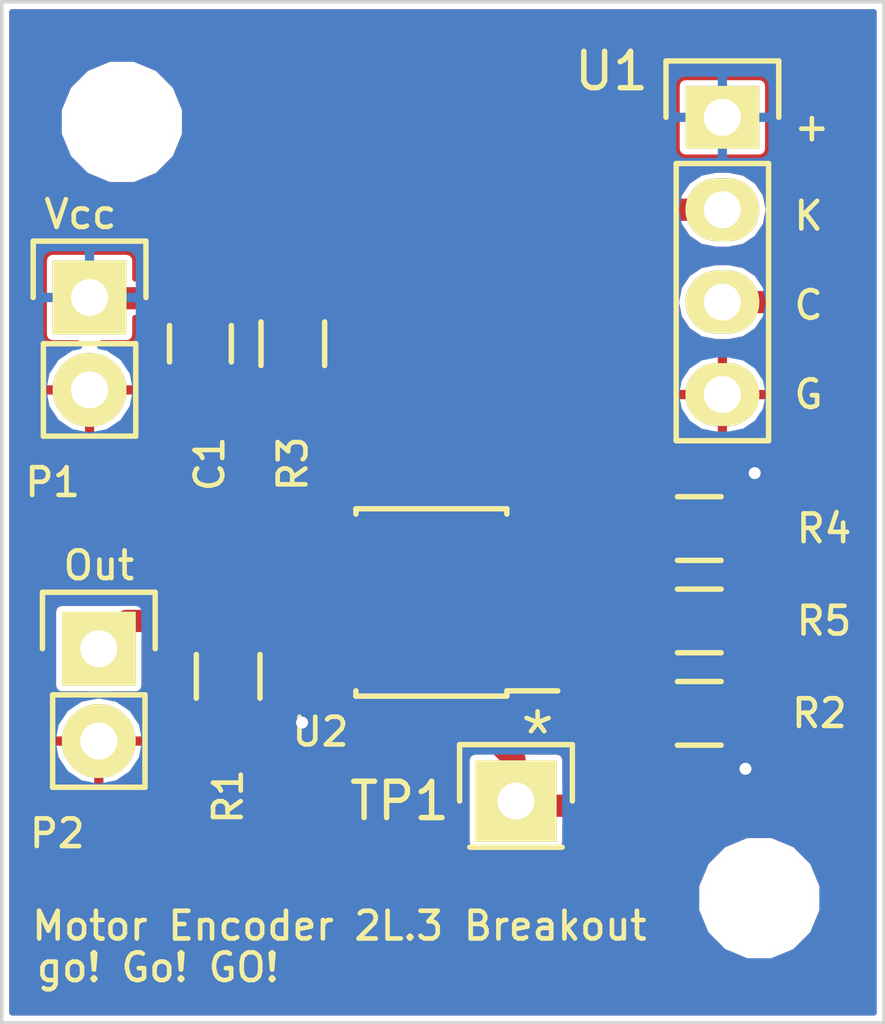
<source format=kicad_pcb>
(kicad_pcb (version 4) (host pcbnew 4.0.1-2.201512121406+6195~38~ubuntu14.04.1-stable)

  (general
    (links 22)
    (no_connects 0)
    (area 144.323314 76.4566 176.732686 107.7974)
    (thickness 1.6)
    (drawings 10)
    (tracks 45)
    (zones 0)
    (modules 13)
    (nets 8)
  )

  (page A4)
  (layers
    (0 F.Cu signal)
    (31 B.Cu signal)
    (32 B.Adhes user)
    (33 F.Adhes user)
    (34 B.Paste user)
    (35 F.Paste user)
    (36 B.SilkS user)
    (37 F.SilkS user)
    (38 B.Mask user)
    (39 F.Mask user)
    (40 Dwgs.User user)
    (41 Cmts.User user)
    (42 Eco1.User user)
    (43 Eco2.User user)
    (44 Edge.Cuts user)
    (45 Margin user)
    (46 B.CrtYd user)
    (47 F.CrtYd user)
    (48 B.Fab user)
    (49 F.Fab user)
  )

  (setup
    (last_trace_width 0.1524)
    (user_trace_width 0.3048)
    (user_trace_width 0.6096)
    (trace_clearance 0.1524)
    (zone_clearance 0.1524)
    (zone_45_only no)
    (trace_min 0.1524)
    (segment_width 0.1)
    (edge_width 0.1)
    (via_size 0.6858)
    (via_drill 0.3302)
    (via_min_size 0.6858)
    (via_min_drill 0.3302)
    (uvia_size 0.3)
    (uvia_drill 0.1)
    (uvias_allowed no)
    (uvia_min_size 0)
    (uvia_min_drill 0)
    (pcb_text_width 0.3)
    (pcb_text_size 0.762 0.762)
    (mod_edge_width 0.15)
    (mod_text_size 0.762 0.762)
    (mod_text_width 0.127)
    (pad_size 1.5 1.5)
    (pad_drill 0.6)
    (pad_to_mask_clearance 0)
    (aux_axis_origin 0 0)
    (visible_elements FFFEFF7F)
    (pcbplotparams
      (layerselection 0x010e0_80000001)
      (usegerberextensions false)
      (excludeedgelayer true)
      (linewidth 0.127000)
      (plotframeref false)
      (viasonmask false)
      (mode 1)
      (useauxorigin false)
      (hpglpennumber 1)
      (hpglpenspeed 20)
      (hpglpendiameter 15)
      (hpglpenoverlay 2)
      (psnegative false)
      (psa4output false)
      (plotreference true)
      (plotvalue false)
      (plotinvisibletext false)
      (padsonsilk false)
      (subtractmaskfromsilk true)
      (outputformat 1)
      (mirror false)
      (drillshape 0)
      (scaleselection 1)
      (outputdirectory gerbers/))
  )

  (net 0 "")
  (net 1 VCC)
  (net 2 GND)
  (net 3 /Output)
  (net 4 /OptoOut)
  (net 5 "Net-(R3-Pad1)")
  (net 6 "Net-(R4-Pad2)")
  (net 7 "Net-(U2-Pad5)")

  (net_class Default "This is the default net class."
    (clearance 0.1524)
    (trace_width 0.1524)
    (via_dia 0.6858)
    (via_drill 0.3302)
    (uvia_dia 0.3)
    (uvia_drill 0.1)
    (add_net /OptoOut)
    (add_net /Output)
    (add_net GND)
    (add_net "Net-(R3-Pad1)")
    (add_net "Net-(R4-Pad2)")
    (add_net "Net-(U2-Pad5)")
    (add_net VCC)
  )

  (module Mounting_Holes:MountingHole_3mm (layer F.Cu) (tedit 57190B9E) (tstamp 57190C6A)
    (at 169.291 102.87)
    (descr "Mounting Hole 3mm, no annular")
    (tags "mounting hole 3mm no annular")
    (fp_text reference REF** (at 0 -4) (layer F.SilkS) hide
      (effects (font (size 1 1) (thickness 0.15)))
    )
    (fp_text value MountingHole_3mm (at 0 4) (layer F.Fab) hide
      (effects (font (size 1 1) (thickness 0.15)))
    )
    (fp_circle (center 0 0) (end 3 0) (layer Cmts.User) (width 0.15))
    (fp_circle (center 0 0) (end 3.25 0) (layer F.CrtYd) (width 0.05))
    (pad 1 np_thru_hole circle (at 0 0) (size 3 3) (drill 3) (layers *.Cu *.Mask F.SilkS))
  )

  (module Capacitors_SMD:C_0805_HandSoldering (layer F.Cu) (tedit 55E1BCD6) (tstamp 55900479)
    (at 153.924 87.63 270)
    (descr "Capacitor SMD 0805, hand soldering")
    (tags "capacitor 0805")
    (path /5590040D)
    (attr smd)
    (fp_text reference C1 (at 3.302 -0.254 270) (layer F.SilkS)
      (effects (font (size 0.762 0.762) (thickness 0.127)))
    )
    (fp_text value 10u (at -0.03 0.224 270) (layer F.Fab)
      (effects (font (size 0.762 0.762) (thickness 0.127)))
    )
    (fp_line (start -2.3 -1) (end 2.3 -1) (layer F.CrtYd) (width 0.05))
    (fp_line (start -2.3 1) (end 2.3 1) (layer F.CrtYd) (width 0.05))
    (fp_line (start -2.3 -1) (end -2.3 1) (layer F.CrtYd) (width 0.05))
    (fp_line (start 2.3 -1) (end 2.3 1) (layer F.CrtYd) (width 0.05))
    (fp_line (start 0.5 -0.85) (end -0.5 -0.85) (layer F.SilkS) (width 0.15))
    (fp_line (start -0.5 0.85) (end 0.5 0.85) (layer F.SilkS) (width 0.15))
    (pad 1 smd rect (at -1.25 0 270) (size 1.5 1.25) (layers F.Cu F.Paste F.Mask)
      (net 1 VCC))
    (pad 2 smd rect (at 1.25 0 270) (size 1.5 1.25) (layers F.Cu F.Paste F.Mask)
      (net 2 GND))
    (model Capacitors_SMD.3dshapes/C_0805_HandSoldering.wrl
      (at (xyz 0 0 0))
      (scale (xyz 1 1 1))
      (rotate (xyz 0 0 0))
    )
  )

  (module Pin_Headers:Pin_Header_Straight_1x02 (layer F.Cu) (tedit 55E1BCDA) (tstamp 5590047F)
    (at 150.876 86.36)
    (descr "Through hole pin header")
    (tags "pin header")
    (path /558FFB0D)
    (fp_text reference P1 (at -1.016 5.08) (layer F.SilkS)
      (effects (font (size 0.762 0.762) (thickness 0.127)))
    )
    (fp_text value PWR (at 0.024 -2.46) (layer F.Fab)
      (effects (font (size 0.762 0.762) (thickness 0.127)))
    )
    (fp_line (start 1.27 1.27) (end 1.27 3.81) (layer F.SilkS) (width 0.15))
    (fp_line (start 1.55 -1.55) (end 1.55 0) (layer F.SilkS) (width 0.15))
    (fp_line (start -1.75 -1.75) (end -1.75 4.3) (layer F.CrtYd) (width 0.05))
    (fp_line (start 1.75 -1.75) (end 1.75 4.3) (layer F.CrtYd) (width 0.05))
    (fp_line (start -1.75 -1.75) (end 1.75 -1.75) (layer F.CrtYd) (width 0.05))
    (fp_line (start -1.75 4.3) (end 1.75 4.3) (layer F.CrtYd) (width 0.05))
    (fp_line (start 1.27 1.27) (end -1.27 1.27) (layer F.SilkS) (width 0.15))
    (fp_line (start -1.55 0) (end -1.55 -1.55) (layer F.SilkS) (width 0.15))
    (fp_line (start -1.55 -1.55) (end 1.55 -1.55) (layer F.SilkS) (width 0.15))
    (fp_line (start -1.27 1.27) (end -1.27 3.81) (layer F.SilkS) (width 0.15))
    (fp_line (start -1.27 3.81) (end 1.27 3.81) (layer F.SilkS) (width 0.15))
    (pad 1 thru_hole rect (at 0 0) (size 2.032 2.032) (drill 1.016) (layers *.Cu *.Mask F.SilkS)
      (net 1 VCC))
    (pad 2 thru_hole oval (at 0 2.54) (size 2.032 2.032) (drill 1.016) (layers *.Cu *.Mask F.SilkS)
      (net 2 GND))
    (model Pin_Headers.3dshapes/Pin_Header_Straight_1x02.wrl
      (at (xyz 0 -0.05 0))
      (scale (xyz 1 1 1))
      (rotate (xyz 0 0 90))
    )
  )

  (module Pin_Headers:Pin_Header_Straight_1x02 (layer F.Cu) (tedit 57190FD6) (tstamp 55900485)
    (at 151.13 96.012)
    (descr "Through hole pin header")
    (tags "pin header")
    (path /558FFA04)
    (fp_text reference P2 (at -1.143 5.08 180) (layer F.SilkS)
      (effects (font (size 0.762 0.762) (thickness 0.127)))
    )
    (fp_text value Out (at 0.07 -2.212) (layer F.Fab)
      (effects (font (size 0.762 0.762) (thickness 0.127)))
    )
    (fp_line (start 1.27 1.27) (end 1.27 3.81) (layer F.SilkS) (width 0.15))
    (fp_line (start 1.55 -1.55) (end 1.55 0) (layer F.SilkS) (width 0.15))
    (fp_line (start -1.75 -1.75) (end -1.75 4.3) (layer F.CrtYd) (width 0.05))
    (fp_line (start 1.75 -1.75) (end 1.75 4.3) (layer F.CrtYd) (width 0.05))
    (fp_line (start -1.75 -1.75) (end 1.75 -1.75) (layer F.CrtYd) (width 0.05))
    (fp_line (start -1.75 4.3) (end 1.75 4.3) (layer F.CrtYd) (width 0.05))
    (fp_line (start 1.27 1.27) (end -1.27 1.27) (layer F.SilkS) (width 0.15))
    (fp_line (start -1.55 0) (end -1.55 -1.55) (layer F.SilkS) (width 0.15))
    (fp_line (start -1.55 -1.55) (end 1.55 -1.55) (layer F.SilkS) (width 0.15))
    (fp_line (start -1.27 1.27) (end -1.27 3.81) (layer F.SilkS) (width 0.15))
    (fp_line (start -1.27 3.81) (end 1.27 3.81) (layer F.SilkS) (width 0.15))
    (pad 1 thru_hole rect (at 0 0) (size 2.032 2.032) (drill 1.016) (layers *.Cu *.Mask F.SilkS)
      (net 3 /Output))
    (pad 2 thru_hole oval (at 0 2.54) (size 2.032 2.032) (drill 1.016) (layers *.Cu *.Mask F.SilkS)
      (net 2 GND))
    (model Pin_Headers.3dshapes/Pin_Header_Straight_1x02.wrl
      (at (xyz 0 -0.05 0))
      (scale (xyz 1 1 1))
      (rotate (xyz 0 0 90))
    )
  )

  (module Resistors_SMD:R_0805_HandSoldering (layer F.Cu) (tedit 55E1BCCB) (tstamp 5590048B)
    (at 154.686 96.774 90)
    (descr "Resistor SMD 0805, hand soldering")
    (tags "resistor 0805")
    (path /558FF72A)
    (attr smd)
    (fp_text reference R1 (at -3.302 0 90) (layer F.SilkS)
      (effects (font (size 0.762 0.762) (thickness 0.127)))
    )
    (fp_text value 1K (at -0.226 0.014 90) (layer F.Fab)
      (effects (font (size 0.762 0.762) (thickness 0.127)))
    )
    (fp_line (start -2.4 -1) (end 2.4 -1) (layer F.CrtYd) (width 0.05))
    (fp_line (start -2.4 1) (end 2.4 1) (layer F.CrtYd) (width 0.05))
    (fp_line (start -2.4 -1) (end -2.4 1) (layer F.CrtYd) (width 0.05))
    (fp_line (start 2.4 -1) (end 2.4 1) (layer F.CrtYd) (width 0.05))
    (fp_line (start 0.6 0.875) (end -0.6 0.875) (layer F.SilkS) (width 0.15))
    (fp_line (start -0.6 -0.875) (end 0.6 -0.875) (layer F.SilkS) (width 0.15))
    (pad 1 smd rect (at -1.35 0 90) (size 1.5 1.3) (layers F.Cu F.Paste F.Mask)
      (net 1 VCC))
    (pad 2 smd rect (at 1.35 0 90) (size 1.5 1.3) (layers F.Cu F.Paste F.Mask)
      (net 3 /Output))
    (model Resistors_SMD.3dshapes/R_0805_HandSoldering.wrl
      (at (xyz 0 0 0))
      (scale (xyz 1 1 1))
      (rotate (xyz 0 0 0))
    )
  )

  (module Resistors_SMD:R_0805_HandSoldering (layer F.Cu) (tedit 55E1BCB4) (tstamp 55900491)
    (at 167.64 97.79 180)
    (descr "Resistor SMD 0805, hand soldering")
    (tags "resistor 0805")
    (path /558FF53C)
    (attr smd)
    (fp_text reference R2 (at -3.302 0 180) (layer F.SilkS)
      (effects (font (size 0.762 0.762) (thickness 0.127)))
    )
    (fp_text value 10K (at -0.16 -0.21 180) (layer F.Fab)
      (effects (font (size 0.762 0.762) (thickness 0.127)))
    )
    (fp_line (start -2.4 -1) (end 2.4 -1) (layer F.CrtYd) (width 0.05))
    (fp_line (start -2.4 1) (end 2.4 1) (layer F.CrtYd) (width 0.05))
    (fp_line (start -2.4 -1) (end -2.4 1) (layer F.CrtYd) (width 0.05))
    (fp_line (start 2.4 -1) (end 2.4 1) (layer F.CrtYd) (width 0.05))
    (fp_line (start 0.6 0.875) (end -0.6 0.875) (layer F.SilkS) (width 0.15))
    (fp_line (start -0.6 -0.875) (end 0.6 -0.875) (layer F.SilkS) (width 0.15))
    (pad 1 smd rect (at -1.35 0 180) (size 1.5 1.3) (layers F.Cu F.Paste F.Mask)
      (net 1 VCC))
    (pad 2 smd rect (at 1.35 0 180) (size 1.5 1.3) (layers F.Cu F.Paste F.Mask)
      (net 4 /OptoOut))
    (model Resistors_SMD.3dshapes/R_0805_HandSoldering.wrl
      (at (xyz 0 0 0))
      (scale (xyz 1 1 1))
      (rotate (xyz 0 0 0))
    )
  )

  (module Resistors_SMD:R_0805_HandSoldering (layer F.Cu) (tedit 55E1BCA4) (tstamp 55900497)
    (at 156.464 87.63 90)
    (descr "Resistor SMD 0805, hand soldering")
    (tags "resistor 0805")
    (path /558FF5EA)
    (attr smd)
    (fp_text reference R3 (at -3.302 0 90) (layer F.SilkS)
      (effects (font (size 0.762 0.762) (thickness 0.127)))
    )
    (fp_text value 100 (at -0.07 0.036 90) (layer F.Fab)
      (effects (font (size 0.762 0.762) (thickness 0.127)))
    )
    (fp_line (start -2.4 -1) (end 2.4 -1) (layer F.CrtYd) (width 0.05))
    (fp_line (start -2.4 1) (end 2.4 1) (layer F.CrtYd) (width 0.05))
    (fp_line (start -2.4 -1) (end -2.4 1) (layer F.CrtYd) (width 0.05))
    (fp_line (start 2.4 -1) (end 2.4 1) (layer F.CrtYd) (width 0.05))
    (fp_line (start 0.6 0.875) (end -0.6 0.875) (layer F.SilkS) (width 0.15))
    (fp_line (start -0.6 -0.875) (end 0.6 -0.875) (layer F.SilkS) (width 0.15))
    (pad 1 smd rect (at -1.35 0 90) (size 1.5 1.3) (layers F.Cu F.Paste F.Mask)
      (net 5 "Net-(R3-Pad1)"))
    (pad 2 smd rect (at 1.35 0 90) (size 1.5 1.3) (layers F.Cu F.Paste F.Mask)
      (net 2 GND))
    (model Resistors_SMD.3dshapes/R_0805_HandSoldering.wrl
      (at (xyz 0 0 0))
      (scale (xyz 1 1 1))
      (rotate (xyz 0 0 0))
    )
  )

  (module Resistors_SMD:R_0805_HandSoldering (layer F.Cu) (tedit 55E1BCBD) (tstamp 5590049D)
    (at 167.64 92.71 180)
    (descr "Resistor SMD 0805, hand soldering")
    (tags "resistor 0805")
    (path /558FF7D1)
    (attr smd)
    (fp_text reference R4 (at -3.429 0 180) (layer F.SilkS)
      (effects (font (size 0.762 0.762) (thickness 0.127)))
    )
    (fp_text value 1K (at -0.16 0.01 180) (layer F.Fab)
      (effects (font (size 0.762 0.762) (thickness 0.127)))
    )
    (fp_line (start -2.4 -1) (end 2.4 -1) (layer F.CrtYd) (width 0.05))
    (fp_line (start -2.4 1) (end 2.4 1) (layer F.CrtYd) (width 0.05))
    (fp_line (start -2.4 -1) (end -2.4 1) (layer F.CrtYd) (width 0.05))
    (fp_line (start 2.4 -1) (end 2.4 1) (layer F.CrtYd) (width 0.05))
    (fp_line (start 0.6 0.875) (end -0.6 0.875) (layer F.SilkS) (width 0.15))
    (fp_line (start -0.6 -0.875) (end 0.6 -0.875) (layer F.SilkS) (width 0.15))
    (pad 1 smd rect (at -1.35 0 180) (size 1.5 1.3) (layers F.Cu F.Paste F.Mask)
      (net 1 VCC))
    (pad 2 smd rect (at 1.35 0 180) (size 1.5 1.3) (layers F.Cu F.Paste F.Mask)
      (net 6 "Net-(R4-Pad2)"))
    (model Resistors_SMD.3dshapes/R_0805_HandSoldering.wrl
      (at (xyz 0 0 0))
      (scale (xyz 1 1 1))
      (rotate (xyz 0 0 0))
    )
  )

  (module Resistors_SMD:R_0805_HandSoldering (layer F.Cu) (tedit 55E1BCBA) (tstamp 559004A3)
    (at 167.64 95.25)
    (descr "Resistor SMD 0805, hand soldering")
    (tags "resistor 0805")
    (path /558FF837)
    (attr smd)
    (fp_text reference R5 (at 3.429 0) (layer F.SilkS)
      (effects (font (size 0.762 0.762) (thickness 0.127)))
    )
    (fp_text value 1K (at 0.06 0.05) (layer F.Fab)
      (effects (font (size 0.762 0.762) (thickness 0.127)))
    )
    (fp_line (start -2.4 -1) (end 2.4 -1) (layer F.CrtYd) (width 0.05))
    (fp_line (start -2.4 1) (end 2.4 1) (layer F.CrtYd) (width 0.05))
    (fp_line (start -2.4 -1) (end -2.4 1) (layer F.CrtYd) (width 0.05))
    (fp_line (start 2.4 -1) (end 2.4 1) (layer F.CrtYd) (width 0.05))
    (fp_line (start 0.6 0.875) (end -0.6 0.875) (layer F.SilkS) (width 0.15))
    (fp_line (start -0.6 -0.875) (end 0.6 -0.875) (layer F.SilkS) (width 0.15))
    (pad 1 smd rect (at -1.35 0) (size 1.5 1.3) (layers F.Cu F.Paste F.Mask)
      (net 6 "Net-(R4-Pad2)"))
    (pad 2 smd rect (at 1.35 0) (size 1.5 1.3) (layers F.Cu F.Paste F.Mask)
      (net 2 GND))
    (model Resistors_SMD.3dshapes/R_0805_HandSoldering.wrl
      (at (xyz 0 0 0))
      (scale (xyz 1 1 1))
      (rotate (xyz 0 0 0))
    )
  )

  (module Housings_SOIC:SOIC-8_3.9x4.9mm_Pitch1.27mm (layer F.Cu) (tedit 55E1BCAA) (tstamp 559004C2)
    (at 160.274 94.742 180)
    (descr "8-Lead Plastic Small Outline (SN) - Narrow, 3.90 mm Body [SOIC] (see Microchip Packaging Specification 00000049BS.pdf)")
    (tags "SOIC 1.27")
    (path /558FF69C)
    (attr smd)
    (fp_text reference U2 (at 3.048 -3.556 180) (layer F.SilkS)
      (effects (font (size 0.762 0.762) (thickness 0.127)))
    )
    (fp_text value LM311D (at -0.126 0.042 270) (layer F.Fab)
      (effects (font (size 0.762 0.762) (thickness 0.127)))
    )
    (fp_line (start -3.75 -2.75) (end -3.75 2.75) (layer F.CrtYd) (width 0.05))
    (fp_line (start 3.75 -2.75) (end 3.75 2.75) (layer F.CrtYd) (width 0.05))
    (fp_line (start -3.75 -2.75) (end 3.75 -2.75) (layer F.CrtYd) (width 0.05))
    (fp_line (start -3.75 2.75) (end 3.75 2.75) (layer F.CrtYd) (width 0.05))
    (fp_line (start -2.075 -2.575) (end -2.075 -2.43) (layer F.SilkS) (width 0.15))
    (fp_line (start 2.075 -2.575) (end 2.075 -2.43) (layer F.SilkS) (width 0.15))
    (fp_line (start 2.075 2.575) (end 2.075 2.43) (layer F.SilkS) (width 0.15))
    (fp_line (start -2.075 2.575) (end -2.075 2.43) (layer F.SilkS) (width 0.15))
    (fp_line (start -2.075 -2.575) (end 2.075 -2.575) (layer F.SilkS) (width 0.15))
    (fp_line (start -2.075 2.575) (end 2.075 2.575) (layer F.SilkS) (width 0.15))
    (fp_line (start -2.075 -2.43) (end -3.475 -2.43) (layer F.SilkS) (width 0.15))
    (pad 1 smd rect (at -2.7 -1.905 180) (size 1.55 0.6) (layers F.Cu F.Paste F.Mask)
      (net 2 GND))
    (pad 2 smd rect (at -2.7 -0.635 180) (size 1.55 0.6) (layers F.Cu F.Paste F.Mask)
      (net 4 /OptoOut))
    (pad 3 smd rect (at -2.7 0.635 180) (size 1.55 0.6) (layers F.Cu F.Paste F.Mask)
      (net 6 "Net-(R4-Pad2)"))
    (pad 4 smd rect (at -2.7 1.905 180) (size 1.55 0.6) (layers F.Cu F.Paste F.Mask)
      (net 2 GND))
    (pad 5 smd rect (at 2.7 1.905 180) (size 1.55 0.6) (layers F.Cu F.Paste F.Mask)
      (net 7 "Net-(U2-Pad5)"))
    (pad 6 smd rect (at 2.7 0.635 180) (size 1.55 0.6) (layers F.Cu F.Paste F.Mask)
      (net 7 "Net-(U2-Pad5)"))
    (pad 7 smd rect (at 2.7 -0.635 180) (size 1.55 0.6) (layers F.Cu F.Paste F.Mask)
      (net 3 /Output))
    (pad 8 smd rect (at 2.7 -1.905 180) (size 1.55 0.6) (layers F.Cu F.Paste F.Mask)
      (net 1 VCC))
    (model Housings_SOIC.3dshapes/SOIC-8_3.9x4.9mm_Pitch1.27mm.wrl
      (at (xyz 0 0 0))
      (scale (xyz 1 1 1))
      (rotate (xyz 0 0 0))
    )
  )

  (module Pin_Headers:Pin_Header_Straight_1x01 (layer F.Cu) (tedit 55E1BCC5) (tstamp 55E1BBFA)
    (at 162.6 100.2)
    (descr "Through hole pin header")
    (tags "pin header")
    (path /558FF94A)
    (fp_text reference TP1 (at -3.2 0) (layer F.SilkS)
      (effects (font (size 1 1) (thickness 0.15)))
    )
    (fp_text value OptoOut (at 0 1.9) (layer F.Fab)
      (effects (font (size 1 1) (thickness 0.15)))
    )
    (fp_line (start 1.55 -1.55) (end 1.55 0) (layer F.SilkS) (width 0.15))
    (fp_line (start -1.75 -1.75) (end -1.75 1.75) (layer F.CrtYd) (width 0.05))
    (fp_line (start 1.75 -1.75) (end 1.75 1.75) (layer F.CrtYd) (width 0.05))
    (fp_line (start -1.75 -1.75) (end 1.75 -1.75) (layer F.CrtYd) (width 0.05))
    (fp_line (start -1.75 1.75) (end 1.75 1.75) (layer F.CrtYd) (width 0.05))
    (fp_line (start -1.55 0) (end -1.55 -1.55) (layer F.SilkS) (width 0.15))
    (fp_line (start -1.55 -1.55) (end 1.55 -1.55) (layer F.SilkS) (width 0.15))
    (fp_line (start -1.27 1.27) (end 1.27 1.27) (layer F.SilkS) (width 0.15))
    (pad 1 thru_hole rect (at 0 0) (size 2.2352 2.2352) (drill 1.016) (layers *.Cu *.Mask F.SilkS)
      (net 4 /OptoOut))
    (model Pin_Headers.3dshapes/Pin_Header_Straight_1x01.wrl
      (at (xyz 0 0 0))
      (scale (xyz 1 1 1))
      (rotate (xyz 0 0 90))
    )
  )

  (module Mounting_Holes:MountingHole_3mm (layer F.Cu) (tedit 57190B9E) (tstamp 57190B7C)
    (at 151.765 81.534)
    (descr "Mounting Hole 3mm, no annular")
    (tags "mounting hole 3mm no annular")
    (fp_text reference REF** (at 0 -4) (layer F.SilkS) hide
      (effects (font (size 1 1) (thickness 0.15)))
    )
    (fp_text value MountingHole_3mm (at 0 4) (layer F.Fab) hide
      (effects (font (size 1 1) (thickness 0.15)))
    )
    (fp_circle (center 0 0) (end 3 0) (layer Cmts.User) (width 0.15))
    (fp_circle (center 0 0) (end 3.25 0) (layer F.CrtYd) (width 0.05))
    (pad 1 np_thru_hole circle (at 0 0) (size 3 3) (drill 3) (layers *.Cu *.Mask F.SilkS))
  )

  (module Pin_Headers:Pin_Header_Straight_1x04 (layer F.Cu) (tedit 57190FE1) (tstamp 57190DE9)
    (at 168.275 81.407)
    (descr "Through hole pin header")
    (tags "pin header")
    (path /55BCBC09)
    (fp_text reference U1 (at -3.048 -1.27 180) (layer F.SilkS)
      (effects (font (size 1 1) (thickness 0.15)))
    )
    (fp_text value RPI-579N1 (at 2.667 4.445 90) (layer F.Fab) hide
      (effects (font (size 1 1) (thickness 0.15)))
    )
    (fp_line (start -1.75 -1.75) (end -1.75 9.4) (layer F.CrtYd) (width 0.05))
    (fp_line (start 1.75 -1.75) (end 1.75 9.4) (layer F.CrtYd) (width 0.05))
    (fp_line (start -1.75 -1.75) (end 1.75 -1.75) (layer F.CrtYd) (width 0.05))
    (fp_line (start -1.75 9.4) (end 1.75 9.4) (layer F.CrtYd) (width 0.05))
    (fp_line (start -1.27 1.27) (end -1.27 8.89) (layer F.SilkS) (width 0.15))
    (fp_line (start 1.27 1.27) (end 1.27 8.89) (layer F.SilkS) (width 0.15))
    (fp_line (start 1.55 -1.55) (end 1.55 0) (layer F.SilkS) (width 0.15))
    (fp_line (start -1.27 8.89) (end 1.27 8.89) (layer F.SilkS) (width 0.15))
    (fp_line (start 1.27 1.27) (end -1.27 1.27) (layer F.SilkS) (width 0.15))
    (fp_line (start -1.55 0) (end -1.55 -1.55) (layer F.SilkS) (width 0.15))
    (fp_line (start -1.55 -1.55) (end 1.55 -1.55) (layer F.SilkS) (width 0.15))
    (pad 1 thru_hole rect (at 0 0) (size 2.032 1.7272) (drill 1.016) (layers *.Cu *.Mask F.SilkS)
      (net 1 VCC))
    (pad 2 thru_hole oval (at 0 2.54) (size 2.032 1.7272) (drill 1.016) (layers *.Cu *.Mask F.SilkS)
      (net 5 "Net-(R3-Pad1)"))
    (pad 3 thru_hole oval (at 0 5.08) (size 2.032 1.7272) (drill 1.016) (layers *.Cu *.Mask F.SilkS)
      (net 4 /OptoOut))
    (pad 4 thru_hole oval (at 0 7.62) (size 2.032 1.7272) (drill 1.016) (layers *.Cu *.Mask F.SilkS)
      (net 2 GND))
    (model Pin_Headers.3dshapes/Pin_Header_Straight_1x04.wrl
      (at (xyz 0 -0.15 0))
      (scale (xyz 1 1 1))
      (rotate (xyz 0 0 90))
    )
  )

  (gr_text "+\n\nK\n\nC\n\nG" (at 170.18 85.344) (layer F.SilkS)
    (effects (font (size 0.762 0.762) (thickness 0.127)) (justify left))
  )
  (gr_text "go! Go! GO!" (at 149.352 104.775) (layer F.SilkS)
    (effects (font (size 0.762 0.762) (thickness 0.127)) (justify left))
  )
  (gr_text "Motor Encoder 2L.3 Breakout" (at 149.225 103.632) (layer F.SilkS)
    (effects (font (size 0.762 0.762) (thickness 0.127)) (justify left))
  )
  (gr_line (start 148.463 106.299) (end 172.72 106.299) (angle 90) (layer Edge.Cuts) (width 0.1))
  (gr_line (start 148.463 106.299) (end 148.463 78.232) (angle 90) (layer Edge.Cuts) (width 0.1))
  (gr_line (start 172.72 78.232) (end 172.72 106.299) (angle 90) (layer Edge.Cuts) (width 0.1))
  (gr_line (start 148.463 78.232) (end 172.72 78.232) (angle 90) (layer Edge.Cuts) (width 0.1))
  (gr_text Vcc (at 150.622 84.074) (layer F.SilkS)
    (effects (font (size 0.762 0.762) (thickness 0.127)))
  )
  (gr_text "Out\n" (at 151.13 93.726) (layer F.SilkS)
    (effects (font (size 0.762 0.762) (thickness 0.127)))
  )
  (gr_text * (at 163.195 98.425) (layer F.SilkS)
    (effects (font (size 1.27 1.27) (thickness 0.127)) (justify mirror))
  )

  (segment (start 153.924 86.38) (end 150.896 86.38) (width 0.6096) (layer F.Cu) (net 1))
  (segment (start 150.896 86.38) (end 150.876 86.36) (width 0.6096) (layer F.Cu) (net 1) (tstamp 55900FB5))
  (segment (start 168.99 97.79) (end 168.99 99.234) (width 0.6096) (layer F.Cu) (net 1))
  (via (at 168.91 99.314) (size 0.6858) (drill 0.3302) (layers F.Cu B.Cu) (net 1))
  (segment (start 168.99 99.234) (end 168.91 99.314) (width 0.6096) (layer F.Cu) (net 1) (tstamp 55900FA8))
  (segment (start 168.99 92.71) (end 168.99 91.36) (width 0.6096) (layer F.Cu) (net 1))
  (via (at 169.164 91.186) (size 0.6858) (drill 0.3302) (layers F.Cu B.Cu) (net 1))
  (segment (start 168.99 91.36) (end 169.164 91.186) (width 0.6096) (layer F.Cu) (net 1) (tstamp 55900F94))
  (segment (start 168.99 97.79) (end 170.18 97.79) (width 0.6096) (layer F.Cu) (net 1))
  (segment (start 170.688 94.408) (end 168.99 92.71) (width 0.6096) (layer F.Cu) (net 1) (tstamp 55900F7D))
  (segment (start 170.688 97.282) (end 170.688 94.408) (width 0.6096) (layer F.Cu) (net 1) (tstamp 55900F71))
  (segment (start 170.18 97.79) (end 170.688 97.282) (width 0.6096) (layer F.Cu) (net 1) (tstamp 55900F6D))
  (segment (start 156.718 98.044) (end 157.226 98.044) (width 0.6096) (layer F.Cu) (net 1))
  (segment (start 156.638 98.124) (end 156.718 98.044) (width 0.6096) (layer F.Cu) (net 1) (tstamp 55900F52))
  (via (at 156.718 98.044) (size 0.6858) (drill 0.3302) (layers F.Cu B.Cu) (net 1))
  (segment (start 154.686 98.124) (end 156.638 98.124) (width 0.6096) (layer F.Cu) (net 1))
  (segment (start 157.574 97.696) (end 157.574 96.647) (width 0.6096) (layer F.Cu) (net 1) (tstamp 55900F57))
  (segment (start 157.226 98.044) (end 157.574 97.696) (width 0.6096) (layer F.Cu) (net 1) (tstamp 55900F56))
  (segment (start 157.574 95.377) (end 154.733 95.377) (width 0.6096) (layer F.Cu) (net 3))
  (segment (start 154.733 95.377) (end 154.606 95.25) (width 0.6096) (layer F.Cu) (net 3) (tstamp 55900F3A))
  (segment (start 154.606 95.25) (end 151.892 95.25) (width 0.6096) (layer F.Cu) (net 3) (tstamp 55900F3B))
  (segment (start 151.892 95.25) (end 151.13 96.012) (width 0.6096) (layer F.Cu) (net 3) (tstamp 55900F3C))
  (segment (start 171.577 90.297) (end 171.577 88.011) (width 0.6096) (layer F.Cu) (net 4))
  (segment (start 165.354 100.33) (end 170.307 100.33) (width 0.6096) (layer F.Cu) (net 4) (tstamp 55BCBB8C))
  (segment (start 171.577 99.06) (end 170.307 100.33) (width 0.6096) (layer F.Cu) (net 4) (tstamp 55BCBB8A))
  (segment (start 171.577 90.297) (end 171.577 99.06) (width 0.6096) (layer F.Cu) (net 4) (tstamp 55BCBB85))
  (segment (start 170.053 86.487) (end 168.275 86.487) (width 0.6096) (layer F.Cu) (net 4) (tstamp 57190F92))
  (segment (start 171.577 88.011) (end 170.053 86.487) (width 0.6096) (layer F.Cu) (net 4) (tstamp 57190F88))
  (segment (start 164.592 100.33) (end 165.354 100.33) (width 0.6096) (layer F.Cu) (net 4) (tstamp 55900F62))
  (segment (start 165.354 100.33) (end 166.29 99.394) (width 0.6096) (layer F.Cu) (net 4) (tstamp 55900F2A))
  (segment (start 162.56 100.33) (end 162.56 99.06) (width 0.6096) (layer F.Cu) (net 4))
  (segment (start 162.56 99.06) (end 160.274 96.774) (width 0.6096) (layer F.Cu) (net 4) (tstamp 55900F2E))
  (segment (start 160.655 95.377) (end 162.974 95.377) (width 0.6096) (layer F.Cu) (net 4) (tstamp 55900F31))
  (segment (start 160.274 95.758) (end 160.655 95.377) (width 0.6096) (layer F.Cu) (net 4) (tstamp 55900F30))
  (segment (start 160.274 96.774) (end 160.274 95.758) (width 0.6096) (layer F.Cu) (net 4) (tstamp 55900F2F))
  (segment (start 162.56 100.33) (end 164.592 100.33) (width 0.6096) (layer F.Cu) (net 4))
  (segment (start 166.29 99.394) (end 166.29 97.79) (width 0.6096) (layer F.Cu) (net 4) (tstamp 55900F2B))
  (segment (start 168.275 83.947) (end 164.084 83.947) (width 0.6096) (layer F.Cu) (net 5))
  (segment (start 159.051 88.98) (end 156.464 88.98) (width 0.6096) (layer F.Cu) (net 5) (tstamp 57190F9D))
  (segment (start 164.084 83.947) (end 159.051 88.98) (width 0.6096) (layer F.Cu) (net 5) (tstamp 57190F9A))
  (segment (start 166.29 95.25) (end 165.608 95.25) (width 0.6096) (layer F.Cu) (net 6))
  (segment (start 165.608 95.25) (end 164.465 94.107) (width 0.6096) (layer F.Cu) (net 6) (tstamp 55900F36))
  (segment (start 164.465 94.107) (end 162.974 94.107) (width 0.6096) (layer F.Cu) (net 6) (tstamp 55900F37))
  (segment (start 166.29 92.71) (end 166.29 95.25) (width 0.6096) (layer F.Cu) (net 6))
  (segment (start 157.574 92.837) (end 157.574 94.107) (width 0.6096) (layer F.Cu) (net 7))

  (zone (net 2) (net_name GND) (layer F.Cu) (tstamp 55900BFF) (hatch edge 0.508)
    (connect_pads (clearance 0.1524))
    (min_thickness 0.1524)
    (fill yes (arc_segments 16) (thermal_gap 0.254) (thermal_bridge_width 0.254))
    (polygon
      (pts
        (xy 172.72 106.299) (xy 148.59 106.299) (xy 148.59 78.232) (xy 172.72 78.232)
      )
    )
    (filled_polygon
      (pts
        (xy 172.4414 106.0204) (xy 148.7416 106.0204) (xy 148.7416 103.212331) (xy 167.562101 103.212331) (xy 167.82471 103.847894)
        (xy 168.310548 104.334581) (xy 168.945652 104.598299) (xy 169.633331 104.598899) (xy 170.268894 104.33629) (xy 170.755581 103.850452)
        (xy 171.019299 103.215348) (xy 171.019899 102.527669) (xy 170.75729 101.892106) (xy 170.271452 101.405419) (xy 169.636348 101.141701)
        (xy 168.948669 101.141101) (xy 168.313106 101.40371) (xy 167.826419 101.889548) (xy 167.562701 102.524652) (xy 167.562101 103.212331)
        (xy 148.7416 103.212331) (xy 148.7416 98.812617) (xy 149.809268 98.812617) (xy 149.810066 98.816645) (xy 150.011815 99.301617)
        (xy 150.383798 99.672467) (xy 150.869383 99.872736) (xy 151.0792 99.814695) (xy 151.0792 98.6028) (xy 151.1808 98.6028)
        (xy 151.1808 99.814695) (xy 151.390617 99.872736) (xy 151.876202 99.672467) (xy 152.248185 99.301617) (xy 152.449934 98.816645)
        (xy 152.450732 98.812617) (xy 152.392628 98.6028) (xy 151.1808 98.6028) (xy 151.0792 98.6028) (xy 149.867372 98.6028)
        (xy 149.809268 98.812617) (xy 148.7416 98.812617) (xy 148.7416 98.291383) (xy 149.809268 98.291383) (xy 149.867372 98.5012)
        (xy 151.0792 98.5012) (xy 151.0792 98.4812) (xy 151.1808 98.4812) (xy 151.1808 98.5012) (xy 152.392628 98.5012)
        (xy 152.450732 98.291383) (xy 152.449934 98.287355) (xy 152.248185 97.802383) (xy 151.876202 97.431533) (xy 151.736704 97.374)
        (xy 153.802922 97.374) (xy 153.802922 98.874) (xy 153.818862 98.958714) (xy 153.868928 99.036518) (xy 153.94532 99.088715)
        (xy 154.036 99.107078) (xy 155.336 99.107078) (xy 155.420714 99.091138) (xy 155.498518 99.041072) (xy 155.550715 98.96468)
        (xy 155.569078 98.874) (xy 155.569078 98.6574) (xy 156.638 98.6574) (xy 156.842123 98.616797) (xy 156.864555 98.601809)
        (xy 156.923628 98.5774) (xy 157.226 98.5774) (xy 157.430123 98.536797) (xy 157.603171 98.421171) (xy 157.951171 98.073171)
        (xy 158.066797 97.900124) (xy 158.1074 97.696) (xy 158.1074 97.180078) (xy 158.349 97.180078) (xy 158.433714 97.164138)
        (xy 158.511518 97.114072) (xy 158.563715 97.03768) (xy 158.582078 96.947) (xy 158.582078 96.347) (xy 158.566138 96.262286)
        (xy 158.516072 96.184482) (xy 158.43968 96.132285) (xy 158.349 96.113922) (xy 157.575619 96.113922) (xy 157.574 96.1136)
        (xy 157.572381 96.113922) (xy 156.799 96.113922) (xy 156.714286 96.129862) (xy 156.636482 96.179928) (xy 156.584285 96.25632)
        (xy 156.565922 96.347) (xy 156.565922 96.947) (xy 156.581862 97.031714) (xy 156.631928 97.109518) (xy 156.70832 97.161715)
        (xy 156.799 97.180078) (xy 157.0406 97.180078) (xy 157.0406 97.475058) (xy 157.005058 97.5106) (xy 156.923691 97.5106)
        (xy 156.832177 97.4726) (xy 156.60482 97.472401) (xy 156.394694 97.559224) (xy 156.363263 97.5906) (xy 155.569078 97.5906)
        (xy 155.569078 97.374) (xy 155.553138 97.289286) (xy 155.503072 97.211482) (xy 155.42668 97.159285) (xy 155.336 97.140922)
        (xy 154.036 97.140922) (xy 153.951286 97.156862) (xy 153.873482 97.206928) (xy 153.821285 97.28332) (xy 153.802922 97.374)
        (xy 151.736704 97.374) (xy 151.462906 97.261078) (xy 152.146 97.261078) (xy 152.230714 97.245138) (xy 152.308518 97.195072)
        (xy 152.360715 97.11868) (xy 152.379078 97.028) (xy 152.379078 95.7834) (xy 153.802922 95.7834) (xy 153.802922 96.174)
        (xy 153.818862 96.258714) (xy 153.868928 96.336518) (xy 153.94532 96.388715) (xy 154.036 96.407078) (xy 155.336 96.407078)
        (xy 155.420714 96.391138) (xy 155.498518 96.341072) (xy 155.550715 96.26468) (xy 155.569078 96.174) (xy 155.569078 95.9104)
        (xy 157.574 95.9104) (xy 157.575619 95.910078) (xy 158.349 95.910078) (xy 158.433714 95.894138) (xy 158.511518 95.844072)
        (xy 158.563715 95.76768) (xy 158.565675 95.758) (xy 159.7406 95.758) (xy 159.7406 96.774) (xy 159.781203 96.978123)
        (xy 159.896829 97.151171) (xy 161.59498 98.849322) (xy 161.4824 98.849322) (xy 161.397686 98.865262) (xy 161.319882 98.915328)
        (xy 161.267685 98.99172) (xy 161.249322 99.0824) (xy 161.249322 101.3176) (xy 161.265262 101.402314) (xy 161.315328 101.480118)
        (xy 161.39172 101.532315) (xy 161.4824 101.550678) (xy 163.7176 101.550678) (xy 163.802314 101.534738) (xy 163.880118 101.484672)
        (xy 163.932315 101.40828) (xy 163.950678 101.3176) (xy 163.950678 100.8634) (xy 170.307 100.8634) (xy 170.511123 100.822797)
        (xy 170.684171 100.707171) (xy 171.954171 99.437171) (xy 172.069797 99.264124) (xy 172.1104 99.06) (xy 172.1104 88.011)
        (xy 172.069797 87.806877) (xy 172.069797 87.806876) (xy 172.023484 87.737563) (xy 171.954171 87.633829) (xy 171.954168 87.633827)
        (xy 170.430171 86.109829) (xy 170.257123 85.994203) (xy 170.053 85.9536) (xy 169.383714 85.9536) (xy 169.224085 85.714698)
        (xy 168.86975 85.477939) (xy 168.451783 85.3948) (xy 168.098217 85.3948) (xy 167.68025 85.477939) (xy 167.325915 85.714698)
        (xy 167.089156 86.069033) (xy 167.006017 86.487) (xy 167.089156 86.904967) (xy 167.325915 87.259302) (xy 167.68025 87.496061)
        (xy 168.098217 87.5792) (xy 168.451783 87.5792) (xy 168.86975 87.496061) (xy 169.224085 87.259302) (xy 169.383714 87.0204)
        (xy 169.832058 87.0204) (xy 171.0436 88.231941) (xy 171.0436 94.009259) (xy 169.973078 92.938736) (xy 169.973078 92.06)
        (xy 169.957138 91.975286) (xy 169.907072 91.897482) (xy 169.83068 91.845285) (xy 169.74 91.826922) (xy 169.5234 91.826922)
        (xy 169.5234 91.634745) (xy 169.648211 91.510151) (xy 169.7354 91.300177) (xy 169.735599 91.07282) (xy 169.648776 90.862694)
        (xy 169.488151 90.701789) (xy 169.278177 90.6146) (xy 169.05082 90.614401) (xy 168.840694 90.701224) (xy 168.679789 90.861849)
        (xy 168.64143 90.954228) (xy 168.612829 90.982829) (xy 168.497203 91.155877) (xy 168.4566 91.36) (xy 168.4566 91.826922)
        (xy 168.24 91.826922) (xy 168.155286 91.842862) (xy 168.077482 91.892928) (xy 168.025285 91.96932) (xy 168.006922 92.06)
        (xy 168.006922 93.36) (xy 168.022862 93.444714) (xy 168.072928 93.522518) (xy 168.14932 93.574715) (xy 168.24 93.593078)
        (xy 169.118736 93.593078) (xy 169.795459 94.2698) (xy 169.12335 94.2698) (xy 169.0408 94.35235) (xy 169.0408 95.1992)
        (xy 169.98765 95.1992) (xy 170.0702 95.11665) (xy 170.0702 94.544541) (xy 170.1546 94.628941) (xy 170.1546 97.061059)
        (xy 169.973078 97.24258) (xy 169.973078 97.14) (xy 169.957138 97.055286) (xy 169.907072 96.977482) (xy 169.83068 96.925285)
        (xy 169.74 96.906922) (xy 168.24 96.906922) (xy 168.155286 96.922862) (xy 168.077482 96.972928) (xy 168.025285 97.04932)
        (xy 168.006922 97.14) (xy 168.006922 98.44) (xy 168.022862 98.524714) (xy 168.072928 98.602518) (xy 168.14932 98.654715)
        (xy 168.24 98.673078) (xy 168.4566 98.673078) (xy 168.4566 98.959092) (xy 168.425789 98.989849) (xy 168.3386 99.199823)
        (xy 168.338401 99.42718) (xy 168.425224 99.637306) (xy 168.584241 99.7966) (xy 166.641742 99.7966) (xy 166.667171 99.771171)
        (xy 166.782797 99.598123) (xy 166.8234 99.394) (xy 166.8234 98.673078) (xy 167.04 98.673078) (xy 167.124714 98.657138)
        (xy 167.202518 98.607072) (xy 167.254715 98.53068) (xy 167.273078 98.44) (xy 167.273078 97.14) (xy 167.257138 97.055286)
        (xy 167.207072 96.977482) (xy 167.13068 96.925285) (xy 167.04 96.906922) (xy 165.54 96.906922) (xy 165.455286 96.922862)
        (xy 165.377482 96.972928) (xy 165.325285 97.04932) (xy 165.306922 97.14) (xy 165.306922 98.44) (xy 165.322862 98.524714)
        (xy 165.372928 98.602518) (xy 165.44932 98.654715) (xy 165.54 98.673078) (xy 165.7566 98.673078) (xy 165.7566 99.173058)
        (xy 165.133058 99.7966) (xy 163.950678 99.7966) (xy 163.950678 99.0824) (xy 163.934738 98.997686) (xy 163.884672 98.919882)
        (xy 163.80828 98.867685) (xy 163.7176 98.849322) (xy 163.048417 98.849322) (xy 162.937171 98.682829) (xy 161.034692 96.78035)
        (xy 161.8688 96.78035) (xy 161.8688 97.012681) (xy 161.91907 97.134043) (xy 162.011957 97.22693) (xy 162.133319 97.2772)
        (xy 162.84065 97.2772) (xy 162.9232 97.19465) (xy 162.9232 96.6978) (xy 163.0248 96.6978) (xy 163.0248 97.19465)
        (xy 163.10735 97.2772) (xy 163.814681 97.2772) (xy 163.936043 97.22693) (xy 164.02893 97.134043) (xy 164.0792 97.012681)
        (xy 164.0792 96.78035) (xy 163.99665 96.6978) (xy 163.0248 96.6978) (xy 162.9232 96.6978) (xy 161.95135 96.6978)
        (xy 161.8688 96.78035) (xy 161.034692 96.78035) (xy 160.8074 96.553058) (xy 160.8074 96.281319) (xy 161.8688 96.281319)
        (xy 161.8688 96.51365) (xy 161.95135 96.5962) (xy 162.9232 96.5962) (xy 162.9232 96.09935) (xy 163.0248 96.09935)
        (xy 163.0248 96.5962) (xy 163.99665 96.5962) (xy 164.0792 96.51365) (xy 164.0792 96.281319) (xy 164.02893 96.159957)
        (xy 163.936043 96.06707) (xy 163.814681 96.0168) (xy 163.10735 96.0168) (xy 163.0248 96.09935) (xy 162.9232 96.09935)
        (xy 162.84065 96.0168) (xy 162.133319 96.0168) (xy 162.011957 96.06707) (xy 161.91907 96.159957) (xy 161.8688 96.281319)
        (xy 160.8074 96.281319) (xy 160.8074 95.978942) (xy 160.875941 95.9104) (xy 162.974 95.9104) (xy 162.975619 95.910078)
        (xy 163.749 95.910078) (xy 163.833714 95.894138) (xy 163.911518 95.844072) (xy 163.963715 95.76768) (xy 163.982078 95.677)
        (xy 163.982078 95.077) (xy 163.966138 94.992286) (xy 163.916072 94.914482) (xy 163.83968 94.862285) (xy 163.749 94.843922)
        (xy 162.975619 94.843922) (xy 162.974 94.8436) (xy 160.655 94.8436) (xy 160.450876 94.884203) (xy 160.412376 94.909928)
        (xy 160.277829 94.999829) (xy 160.277827 94.999832) (xy 159.896829 95.380829) (xy 159.781203 95.553877) (xy 159.7406 95.758)
        (xy 158.565675 95.758) (xy 158.582078 95.677) (xy 158.582078 95.077) (xy 158.566138 94.992286) (xy 158.516072 94.914482)
        (xy 158.43968 94.862285) (xy 158.349 94.843922) (xy 157.575619 94.843922) (xy 157.574 94.8436) (xy 155.569078 94.8436)
        (xy 155.569078 94.674) (xy 155.553138 94.589286) (xy 155.503072 94.511482) (xy 155.42668 94.459285) (xy 155.336 94.440922)
        (xy 154.036 94.440922) (xy 153.951286 94.456862) (xy 153.873482 94.506928) (xy 153.821285 94.58332) (xy 153.802922 94.674)
        (xy 153.802922 94.7166) (xy 151.892005 94.7166) (xy 151.892 94.716599) (xy 151.687877 94.757203) (xy 151.679318 94.762922)
        (xy 150.114 94.762922) (xy 150.029286 94.778862) (xy 149.951482 94.828928) (xy 149.899285 94.90532) (xy 149.880922 94.996)
        (xy 149.880922 97.028) (xy 149.896862 97.112714) (xy 149.946928 97.190518) (xy 150.02332 97.242715) (xy 150.114 97.261078)
        (xy 150.797094 97.261078) (xy 150.383798 97.431533) (xy 150.011815 97.802383) (xy 149.810066 98.287355) (xy 149.809268 98.291383)
        (xy 148.7416 98.291383) (xy 148.7416 92.537) (xy 156.565922 92.537) (xy 156.565922 93.137) (xy 156.581862 93.221714)
        (xy 156.631928 93.299518) (xy 156.70832 93.351715) (xy 156.799 93.370078) (xy 157.0406 93.370078) (xy 157.0406 93.573922)
        (xy 156.799 93.573922) (xy 156.714286 93.589862) (xy 156.636482 93.639928) (xy 156.584285 93.71632) (xy 156.565922 93.807)
        (xy 156.565922 94.407) (xy 156.581862 94.491714) (xy 156.631928 94.569518) (xy 156.70832 94.621715) (xy 156.799 94.640078)
        (xy 157.572381 94.640078) (xy 157.574 94.6404) (xy 157.575619 94.640078) (xy 158.349 94.640078) (xy 158.433714 94.624138)
        (xy 158.511518 94.574072) (xy 158.563715 94.49768) (xy 158.582078 94.407) (xy 158.582078 93.807) (xy 161.965922 93.807)
        (xy 161.965922 94.407) (xy 161.981862 94.491714) (xy 162.031928 94.569518) (xy 162.10832 94.621715) (xy 162.199 94.640078)
        (xy 162.972381 94.640078) (xy 162.974 94.6404) (xy 164.244058 94.6404) (xy 165.230829 95.627171) (xy 165.306922 95.678014)
        (xy 165.306922 95.9) (xy 165.322862 95.984714) (xy 165.372928 96.062518) (xy 165.44932 96.114715) (xy 165.54 96.133078)
        (xy 167.04 96.133078) (xy 167.124714 96.117138) (xy 167.202518 96.067072) (xy 167.254715 95.99068) (xy 167.273078 95.9)
        (xy 167.273078 95.38335) (xy 167.9098 95.38335) (xy 167.9098 95.965681) (xy 167.96007 96.087043) (xy 168.052957 96.17993)
        (xy 168.174319 96.2302) (xy 168.85665 96.2302) (xy 168.9392 96.14765) (xy 168.9392 95.3008) (xy 169.0408 95.3008)
        (xy 169.0408 96.14765) (xy 169.12335 96.2302) (xy 169.805681 96.2302) (xy 169.927043 96.17993) (xy 170.01993 96.087043)
        (xy 170.0702 95.965681) (xy 170.0702 95.38335) (xy 169.98765 95.3008) (xy 169.0408 95.3008) (xy 168.9392 95.3008)
        (xy 167.99235 95.3008) (xy 167.9098 95.38335) (xy 167.273078 95.38335) (xy 167.273078 94.6) (xy 167.26072 94.534319)
        (xy 167.9098 94.534319) (xy 167.9098 95.11665) (xy 167.99235 95.1992) (xy 168.9392 95.1992) (xy 168.9392 94.35235)
        (xy 168.85665 94.2698) (xy 168.174319 94.2698) (xy 168.052957 94.32007) (xy 167.96007 94.412957) (xy 167.9098 94.534319)
        (xy 167.26072 94.534319) (xy 167.257138 94.515286) (xy 167.207072 94.437482) (xy 167.13068 94.385285) (xy 167.04 94.366922)
        (xy 166.8234 94.366922) (xy 166.8234 93.593078) (xy 167.04 93.593078) (xy 167.124714 93.577138) (xy 167.202518 93.527072)
        (xy 167.254715 93.45068) (xy 167.273078 93.36) (xy 167.273078 92.06) (xy 167.257138 91.975286) (xy 167.207072 91.897482)
        (xy 167.13068 91.845285) (xy 167.04 91.826922) (xy 165.54 91.826922) (xy 165.455286 91.842862) (xy 165.377482 91.892928)
        (xy 165.325285 91.96932) (xy 165.306922 92.06) (xy 165.306922 93.36) (xy 165.322862 93.444714) (xy 165.372928 93.522518)
        (xy 165.44932 93.574715) (xy 165.54 93.593078) (xy 165.7566 93.593078) (xy 165.7566 94.366922) (xy 165.54 94.366922)
        (xy 165.488882 94.37654) (xy 164.842171 93.729829) (xy 164.669123 93.614203) (xy 164.465 93.5736) (xy 162.974 93.5736)
        (xy 162.972381 93.573922) (xy 162.199 93.573922) (xy 162.114286 93.589862) (xy 162.036482 93.639928) (xy 161.984285 93.71632)
        (xy 161.965922 93.807) (xy 158.582078 93.807) (xy 158.566138 93.722286) (xy 158.516072 93.644482) (xy 158.43968 93.592285)
        (xy 158.349 93.573922) (xy 158.1074 93.573922) (xy 158.1074 93.370078) (xy 158.349 93.370078) (xy 158.433714 93.354138)
        (xy 158.511518 93.304072) (xy 158.563715 93.22768) (xy 158.582078 93.137) (xy 158.582078 92.97035) (xy 161.8688 92.97035)
        (xy 161.8688 93.202681) (xy 161.91907 93.324043) (xy 162.011957 93.41693) (xy 162.133319 93.4672) (xy 162.84065 93.4672)
        (xy 162.9232 93.38465) (xy 162.9232 92.8878) (xy 163.0248 92.8878) (xy 163.0248 93.38465) (xy 163.10735 93.4672)
        (xy 163.814681 93.4672) (xy 163.936043 93.41693) (xy 164.02893 93.324043) (xy 164.0792 93.202681) (xy 164.0792 92.97035)
        (xy 163.99665 92.8878) (xy 163.0248 92.8878) (xy 162.9232 92.8878) (xy 161.95135 92.8878) (xy 161.8688 92.97035)
        (xy 158.582078 92.97035) (xy 158.582078 92.537) (xy 158.56972 92.471319) (xy 161.8688 92.471319) (xy 161.8688 92.70365)
        (xy 161.95135 92.7862) (xy 162.9232 92.7862) (xy 162.9232 92.28935) (xy 163.0248 92.28935) (xy 163.0248 92.7862)
        (xy 163.99665 92.7862) (xy 164.0792 92.70365) (xy 164.0792 92.471319) (xy 164.02893 92.349957) (xy 163.936043 92.25707)
        (xy 163.814681 92.2068) (xy 163.10735 92.2068) (xy 163.0248 92.28935) (xy 162.9232 92.28935) (xy 162.84065 92.2068)
        (xy 162.133319 92.2068) (xy 162.011957 92.25707) (xy 161.91907 92.349957) (xy 161.8688 92.471319) (xy 158.56972 92.471319)
        (xy 158.566138 92.452286) (xy 158.516072 92.374482) (xy 158.43968 92.322285) (xy 158.349 92.303922) (xy 157.575619 92.303922)
        (xy 157.574 92.3036) (xy 157.572381 92.303922) (xy 156.799 92.303922) (xy 156.714286 92.319862) (xy 156.636482 92.369928)
        (xy 156.584285 92.44632) (xy 156.565922 92.537) (xy 148.7416 92.537) (xy 148.7416 89.160617) (xy 149.555268 89.160617)
        (xy 149.556066 89.164645) (xy 149.757815 89.649617) (xy 150.129798 90.020467) (xy 150.615383 90.220736) (xy 150.8252 90.162695)
        (xy 150.8252 88.9508) (xy 150.9268 88.9508) (xy 150.9268 90.162695) (xy 151.136617 90.220736) (xy 151.622202 90.020467)
        (xy 151.994185 89.649617) (xy 152.195934 89.164645) (xy 152.196732 89.160617) (xy 152.15595 89.01335) (xy 152.9688 89.01335)
        (xy 152.9688 89.695681) (xy 153.01907 89.817043) (xy 153.111957 89.90993) (xy 153.233319 89.9602) (xy 153.79065 89.9602)
        (xy 153.8732 89.87765) (xy 153.8732 88.9308) (xy 153.9748 88.9308) (xy 153.9748 89.87765) (xy 154.05735 89.9602)
        (xy 154.614681 89.9602) (xy 154.736043 89.90993) (xy 154.82893 89.817043) (xy 154.8792 89.695681) (xy 154.8792 89.01335)
        (xy 154.79665 88.9308) (xy 153.9748 88.9308) (xy 153.8732 88.9308) (xy 153.05135 88.9308) (xy 152.9688 89.01335)
        (xy 152.15595 89.01335) (xy 152.138628 88.9508) (xy 150.9268 88.9508) (xy 150.8252 88.9508) (xy 149.613372 88.9508)
        (xy 149.555268 89.160617) (xy 148.7416 89.160617) (xy 148.7416 88.639383) (xy 149.555268 88.639383) (xy 149.613372 88.8492)
        (xy 150.8252 88.8492) (xy 150.8252 88.8292) (xy 150.9268 88.8292) (xy 150.9268 88.8492) (xy 152.138628 88.8492)
        (xy 152.196732 88.639383) (xy 152.195934 88.635355) (xy 151.994185 88.150383) (xy 151.907859 88.064319) (xy 152.9688 88.064319)
        (xy 152.9688 88.74665) (xy 153.05135 88.8292) (xy 153.8732 88.8292) (xy 153.8732 87.88235) (xy 153.9748 87.88235)
        (xy 153.9748 88.8292) (xy 154.79665 88.8292) (xy 154.8792 88.74665) (xy 154.8792 88.23) (xy 155.580922 88.23)
        (xy 155.580922 89.73) (xy 155.596862 89.814714) (xy 155.646928 89.892518) (xy 155.72332 89.944715) (xy 155.814 89.963078)
        (xy 157.114 89.963078) (xy 157.198714 89.947138) (xy 157.276518 89.897072) (xy 157.328715 89.82068) (xy 157.347078 89.73)
        (xy 157.347078 89.5134) (xy 159.051 89.5134) (xy 159.255123 89.472797) (xy 159.428171 89.357171) (xy 159.521585 89.263757)
        (xy 166.952512 89.263757) (xy 167.000232 89.436914) (xy 167.242535 89.835223) (xy 167.618819 90.110487) (xy 168.0718 90.2208)
        (xy 168.2242 90.2208) (xy 168.2242 89.0778) (xy 168.3258 89.0778) (xy 168.3258 90.2208) (xy 168.4782 90.2208)
        (xy 168.931181 90.110487) (xy 169.307465 89.835223) (xy 169.549768 89.436914) (xy 169.597488 89.263757) (xy 169.537488 89.0778)
        (xy 168.3258 89.0778) (xy 168.2242 89.0778) (xy 167.012512 89.0778) (xy 166.952512 89.263757) (xy 159.521585 89.263757)
        (xy 159.995099 88.790243) (xy 166.952512 88.790243) (xy 167.012512 88.9762) (xy 168.2242 88.9762) (xy 168.2242 87.8332)
        (xy 168.3258 87.8332) (xy 168.3258 88.9762) (xy 169.537488 88.9762) (xy 169.597488 88.790243) (xy 169.549768 88.617086)
        (xy 169.307465 88.218777) (xy 168.931181 87.943513) (xy 168.4782 87.8332) (xy 168.3258 87.8332) (xy 168.2242 87.8332)
        (xy 168.0718 87.8332) (xy 167.618819 87.943513) (xy 167.242535 88.218777) (xy 167.000232 88.617086) (xy 166.952512 88.790243)
        (xy 159.995099 88.790243) (xy 164.304942 84.4804) (xy 167.166286 84.4804) (xy 167.325915 84.719302) (xy 167.68025 84.956061)
        (xy 168.098217 85.0392) (xy 168.451783 85.0392) (xy 168.86975 84.956061) (xy 169.224085 84.719302) (xy 169.460844 84.364967)
        (xy 169.543983 83.947) (xy 169.460844 83.529033) (xy 169.224085 83.174698) (xy 168.86975 82.937939) (xy 168.451783 82.8548)
        (xy 168.098217 82.8548) (xy 167.68025 82.937939) (xy 167.325915 83.174698) (xy 167.166286 83.4136) (xy 164.084 83.4136)
        (xy 163.879877 83.454203) (xy 163.706829 83.569829) (xy 158.830058 88.4466) (xy 157.347078 88.4466) (xy 157.347078 88.23)
        (xy 157.331138 88.145286) (xy 157.281072 88.067482) (xy 157.20468 88.015285) (xy 157.114 87.996922) (xy 155.814 87.996922)
        (xy 155.729286 88.012862) (xy 155.651482 88.062928) (xy 155.599285 88.13932) (xy 155.580922 88.23) (xy 154.8792 88.23)
        (xy 154.8792 88.064319) (xy 154.82893 87.942957) (xy 154.736043 87.85007) (xy 154.614681 87.7998) (xy 154.05735 87.7998)
        (xy 153.9748 87.88235) (xy 153.8732 87.88235) (xy 153.79065 87.7998) (xy 153.233319 87.7998) (xy 153.111957 87.85007)
        (xy 153.01907 87.942957) (xy 152.9688 88.064319) (xy 151.907859 88.064319) (xy 151.622202 87.779533) (xy 151.208906 87.609078)
        (xy 151.892 87.609078) (xy 151.976714 87.593138) (xy 152.054518 87.543072) (xy 152.106715 87.46668) (xy 152.125078 87.376)
        (xy 152.125078 86.9134) (xy 153.065922 86.9134) (xy 153.065922 87.13) (xy 153.081862 87.214714) (xy 153.131928 87.292518)
        (xy 153.20832 87.344715) (xy 153.299 87.363078) (xy 154.549 87.363078) (xy 154.633714 87.347138) (xy 154.711518 87.297072)
        (xy 154.763715 87.22068) (xy 154.782078 87.13) (xy 154.782078 86.41335) (xy 155.4838 86.41335) (xy 155.4838 87.095681)
        (xy 155.53407 87.217043) (xy 155.626957 87.30993) (xy 155.748319 87.3602) (xy 156.33065 87.3602) (xy 156.4132 87.27765)
        (xy 156.4132 86.3308) (xy 156.5148 86.3308) (xy 156.5148 87.27765) (xy 156.59735 87.3602) (xy 157.179681 87.3602)
        (xy 157.301043 87.30993) (xy 157.39393 87.217043) (xy 157.4442 87.095681) (xy 157.4442 86.41335) (xy 157.36165 86.3308)
        (xy 156.5148 86.3308) (xy 156.4132 86.3308) (xy 155.56635 86.3308) (xy 155.4838 86.41335) (xy 154.782078 86.41335)
        (xy 154.782078 85.63) (xy 154.766138 85.545286) (xy 154.716072 85.467482) (xy 154.711443 85.464319) (xy 155.4838 85.464319)
        (xy 155.4838 86.14665) (xy 155.56635 86.2292) (xy 156.4132 86.2292) (xy 156.4132 85.28235) (xy 156.5148 85.28235)
        (xy 156.5148 86.2292) (xy 157.36165 86.2292) (xy 157.4442 86.14665) (xy 157.4442 85.464319) (xy 157.39393 85.342957)
        (xy 157.301043 85.25007) (xy 157.179681 85.1998) (xy 156.59735 85.1998) (xy 156.5148 85.28235) (xy 156.4132 85.28235)
        (xy 156.33065 85.1998) (xy 155.748319 85.1998) (xy 155.626957 85.25007) (xy 155.53407 85.342957) (xy 155.4838 85.464319)
        (xy 154.711443 85.464319) (xy 154.63968 85.415285) (xy 154.549 85.396922) (xy 153.299 85.396922) (xy 153.214286 85.412862)
        (xy 153.136482 85.462928) (xy 153.084285 85.53932) (xy 153.065922 85.63) (xy 153.065922 85.8466) (xy 152.125078 85.8466)
        (xy 152.125078 85.344) (xy 152.109138 85.259286) (xy 152.059072 85.181482) (xy 151.98268 85.129285) (xy 151.892 85.110922)
        (xy 149.86 85.110922) (xy 149.775286 85.126862) (xy 149.697482 85.176928) (xy 149.645285 85.25332) (xy 149.626922 85.344)
        (xy 149.626922 87.376) (xy 149.642862 87.460714) (xy 149.692928 87.538518) (xy 149.76932 87.590715) (xy 149.86 87.609078)
        (xy 150.543094 87.609078) (xy 150.129798 87.779533) (xy 149.757815 88.150383) (xy 149.556066 88.635355) (xy 149.555268 88.639383)
        (xy 148.7416 88.639383) (xy 148.7416 81.876331) (xy 150.036101 81.876331) (xy 150.29871 82.511894) (xy 150.784548 82.998581)
        (xy 151.419652 83.262299) (xy 152.107331 83.262899) (xy 152.742894 83.00029) (xy 153.229581 82.514452) (xy 153.493299 81.879348)
        (xy 153.493899 81.191669) (xy 153.23129 80.556106) (xy 153.218607 80.5434) (xy 167.025922 80.5434) (xy 167.025922 82.2706)
        (xy 167.041862 82.355314) (xy 167.091928 82.433118) (xy 167.16832 82.485315) (xy 167.259 82.503678) (xy 169.291 82.503678)
        (xy 169.375714 82.487738) (xy 169.453518 82.437672) (xy 169.505715 82.36128) (xy 169.524078 82.2706) (xy 169.524078 80.5434)
        (xy 169.508138 80.458686) (xy 169.458072 80.380882) (xy 169.38168 80.328685) (xy 169.291 80.310322) (xy 167.259 80.310322)
        (xy 167.174286 80.326262) (xy 167.096482 80.376328) (xy 167.044285 80.45272) (xy 167.025922 80.5434) (xy 153.218607 80.5434)
        (xy 152.745452 80.069419) (xy 152.110348 79.805701) (xy 151.422669 79.805101) (xy 150.787106 80.06771) (xy 150.300419 80.553548)
        (xy 150.036701 81.188652) (xy 150.036101 81.876331) (xy 148.7416 81.876331) (xy 148.7416 78.5106) (xy 172.4414 78.5106)
      )
    )
  )
  (zone (net 1) (net_name VCC) (layer B.Cu) (tstamp 55900C0A) (hatch edge 0.508)
    (connect_pads (clearance 0.1524))
    (min_thickness 0.1524)
    (fill yes (arc_segments 16) (thermal_gap 0.254) (thermal_bridge_width 0.254))
    (polygon
      (pts
        (xy 172.72 106.299) (xy 148.59 106.299) (xy 148.59 78.232) (xy 172.72 78.232)
      )
    )
    (filled_polygon
      (pts
        (xy 172.4414 106.0204) (xy 148.7416 106.0204) (xy 148.7416 103.212331) (xy 167.562101 103.212331) (xy 167.82471 103.847894)
        (xy 168.310548 104.334581) (xy 168.945652 104.598299) (xy 169.633331 104.598899) (xy 170.268894 104.33629) (xy 170.755581 103.850452)
        (xy 171.019299 103.215348) (xy 171.019899 102.527669) (xy 170.75729 101.892106) (xy 170.271452 101.405419) (xy 169.636348 101.141701)
        (xy 168.948669 101.141101) (xy 168.313106 101.40371) (xy 167.826419 101.889548) (xy 167.562701 102.524652) (xy 167.562101 103.212331)
        (xy 148.7416 103.212331) (xy 148.7416 98.552) (xy 149.861017 98.552) (xy 149.955757 99.028288) (xy 150.225552 99.432065)
        (xy 150.629329 99.70186) (xy 151.105617 99.7966) (xy 151.154383 99.7966) (xy 151.630671 99.70186) (xy 152.034448 99.432065)
        (xy 152.268086 99.0824) (xy 161.249322 99.0824) (xy 161.249322 101.3176) (xy 161.265262 101.402314) (xy 161.315328 101.480118)
        (xy 161.39172 101.532315) (xy 161.4824 101.550678) (xy 163.7176 101.550678) (xy 163.802314 101.534738) (xy 163.880118 101.484672)
        (xy 163.932315 101.40828) (xy 163.950678 101.3176) (xy 163.950678 99.0824) (xy 163.934738 98.997686) (xy 163.884672 98.919882)
        (xy 163.80828 98.867685) (xy 163.7176 98.849322) (xy 161.4824 98.849322) (xy 161.397686 98.865262) (xy 161.319882 98.915328)
        (xy 161.267685 98.99172) (xy 161.249322 99.0824) (xy 152.268086 99.0824) (xy 152.304243 99.028288) (xy 152.398983 98.552)
        (xy 152.304243 98.075712) (xy 152.034448 97.671935) (xy 151.630671 97.40214) (xy 151.154383 97.3074) (xy 151.105617 97.3074)
        (xy 150.629329 97.40214) (xy 150.225552 97.671935) (xy 149.955757 98.075712) (xy 149.861017 98.552) (xy 148.7416 98.552)
        (xy 148.7416 94.996) (xy 149.880922 94.996) (xy 149.880922 97.028) (xy 149.896862 97.112714) (xy 149.946928 97.190518)
        (xy 150.02332 97.242715) (xy 150.114 97.261078) (xy 152.146 97.261078) (xy 152.230714 97.245138) (xy 152.308518 97.195072)
        (xy 152.360715 97.11868) (xy 152.379078 97.028) (xy 152.379078 94.996) (xy 152.363138 94.911286) (xy 152.313072 94.833482)
        (xy 152.23668 94.781285) (xy 152.146 94.762922) (xy 150.114 94.762922) (xy 150.029286 94.778862) (xy 149.951482 94.828928)
        (xy 149.899285 94.90532) (xy 149.880922 94.996) (xy 148.7416 94.996) (xy 148.7416 86.49335) (xy 149.5298 86.49335)
        (xy 149.5298 87.441681) (xy 149.58007 87.563043) (xy 149.672957 87.65593) (xy 149.794319 87.7062) (xy 150.596229 87.7062)
        (xy 150.375329 87.75014) (xy 149.971552 88.019935) (xy 149.701757 88.423712) (xy 149.607017 88.9) (xy 149.701757 89.376288)
        (xy 149.971552 89.780065) (xy 150.375329 90.04986) (xy 150.851617 90.1446) (xy 150.900383 90.1446) (xy 151.376671 90.04986)
        (xy 151.780448 89.780065) (xy 152.050243 89.376288) (xy 152.119721 89.027) (xy 167.006017 89.027) (xy 167.089156 89.444967)
        (xy 167.325915 89.799302) (xy 167.68025 90.036061) (xy 168.098217 90.1192) (xy 168.451783 90.1192) (xy 168.86975 90.036061)
        (xy 169.224085 89.799302) (xy 169.460844 89.444967) (xy 169.543983 89.027) (xy 169.460844 88.609033) (xy 169.224085 88.254698)
        (xy 168.86975 88.017939) (xy 168.451783 87.9348) (xy 168.098217 87.9348) (xy 167.68025 88.017939) (xy 167.325915 88.254698)
        (xy 167.089156 88.609033) (xy 167.006017 89.027) (xy 152.119721 89.027) (xy 152.144983 88.9) (xy 152.050243 88.423712)
        (xy 151.780448 88.019935) (xy 151.376671 87.75014) (xy 151.155771 87.7062) (xy 151.957681 87.7062) (xy 152.079043 87.65593)
        (xy 152.17193 87.563043) (xy 152.2222 87.441681) (xy 152.2222 86.49335) (xy 152.21585 86.487) (xy 167.006017 86.487)
        (xy 167.089156 86.904967) (xy 167.325915 87.259302) (xy 167.68025 87.496061) (xy 168.098217 87.5792) (xy 168.451783 87.5792)
        (xy 168.86975 87.496061) (xy 169.224085 87.259302) (xy 169.460844 86.904967) (xy 169.543983 86.487) (xy 169.460844 86.069033)
        (xy 169.224085 85.714698) (xy 168.86975 85.477939) (xy 168.451783 85.3948) (xy 168.098217 85.3948) (xy 167.68025 85.477939)
        (xy 167.325915 85.714698) (xy 167.089156 86.069033) (xy 167.006017 86.487) (xy 152.21585 86.487) (xy 152.13965 86.4108)
        (xy 150.9268 86.4108) (xy 150.9268 86.4308) (xy 150.8252 86.4308) (xy 150.8252 86.4108) (xy 149.61235 86.4108)
        (xy 149.5298 86.49335) (xy 148.7416 86.49335) (xy 148.7416 85.278319) (xy 149.5298 85.278319) (xy 149.5298 86.22665)
        (xy 149.61235 86.3092) (xy 150.8252 86.3092) (xy 150.8252 85.09635) (xy 150.9268 85.09635) (xy 150.9268 86.3092)
        (xy 152.13965 86.3092) (xy 152.2222 86.22665) (xy 152.2222 85.278319) (xy 152.17193 85.156957) (xy 152.079043 85.06407)
        (xy 151.957681 85.0138) (xy 151.00935 85.0138) (xy 150.9268 85.09635) (xy 150.8252 85.09635) (xy 150.74265 85.0138)
        (xy 149.794319 85.0138) (xy 149.672957 85.06407) (xy 149.58007 85.156957) (xy 149.5298 85.278319) (xy 148.7416 85.278319)
        (xy 148.7416 83.947) (xy 167.006017 83.947) (xy 167.089156 84.364967) (xy 167.325915 84.719302) (xy 167.68025 84.956061)
        (xy 168.098217 85.0392) (xy 168.451783 85.0392) (xy 168.86975 84.956061) (xy 169.224085 84.719302) (xy 169.460844 84.364967)
        (xy 169.543983 83.947) (xy 169.460844 83.529033) (xy 169.224085 83.174698) (xy 168.86975 82.937939) (xy 168.451783 82.8548)
        (xy 168.098217 82.8548) (xy 167.68025 82.937939) (xy 167.325915 83.174698) (xy 167.089156 83.529033) (xy 167.006017 83.947)
        (xy 148.7416 83.947) (xy 148.7416 81.876331) (xy 150.036101 81.876331) (xy 150.29871 82.511894) (xy 150.784548 82.998581)
        (xy 151.419652 83.262299) (xy 152.107331 83.262899) (xy 152.742894 83.00029) (xy 153.229581 82.514452) (xy 153.493299 81.879348)
        (xy 153.493594 81.54035) (xy 166.9288 81.54035) (xy 166.9288 82.336281) (xy 166.97907 82.457643) (xy 167.071957 82.55053)
        (xy 167.193319 82.6008) (xy 168.14165 82.6008) (xy 168.2242 82.51825) (xy 168.2242 81.4578) (xy 168.3258 81.4578)
        (xy 168.3258 82.51825) (xy 168.40835 82.6008) (xy 169.356681 82.6008) (xy 169.478043 82.55053) (xy 169.57093 82.457643)
        (xy 169.6212 82.336281) (xy 169.6212 81.54035) (xy 169.53865 81.4578) (xy 168.3258 81.4578) (xy 168.2242 81.4578)
        (xy 167.01135 81.4578) (xy 166.9288 81.54035) (xy 153.493594 81.54035) (xy 153.493899 81.191669) (xy 153.23129 80.556106)
        (xy 153.15304 80.477719) (xy 166.9288 80.477719) (xy 166.9288 81.27365) (xy 167.01135 81.3562) (xy 168.2242 81.3562)
        (xy 168.2242 80.29575) (xy 168.3258 80.29575) (xy 168.3258 81.3562) (xy 169.53865 81.3562) (xy 169.6212 81.27365)
        (xy 169.6212 80.477719) (xy 169.57093 80.356357) (xy 169.478043 80.26347) (xy 169.356681 80.2132) (xy 168.40835 80.2132)
        (xy 168.3258 80.29575) (xy 168.2242 80.29575) (xy 168.14165 80.2132) (xy 167.193319 80.2132) (xy 167.071957 80.26347)
        (xy 166.97907 80.356357) (xy 166.9288 80.477719) (xy 153.15304 80.477719) (xy 152.745452 80.069419) (xy 152.110348 79.805701)
        (xy 151.422669 79.805101) (xy 150.787106 80.06771) (xy 150.300419 80.553548) (xy 150.036701 81.188652) (xy 150.036101 81.876331)
        (xy 148.7416 81.876331) (xy 148.7416 78.5106) (xy 172.4414 78.5106)
      )
    )
  )
)

</source>
